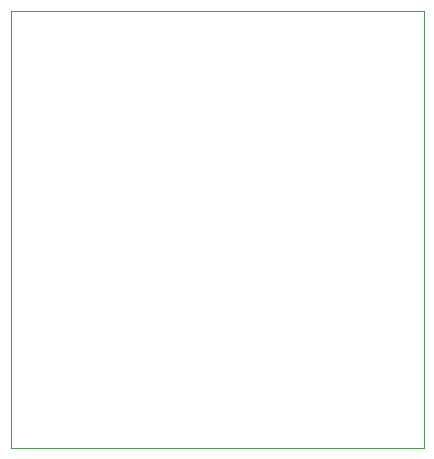
<source format=gbr>
%TF.GenerationSoftware,KiCad,Pcbnew,8.0.3*%
%TF.CreationDate,2024-11-25T08:52:28-03:00*%
%TF.ProjectId,v2pcb_embarcados,76327063-625f-4656-9d62-61726361646f,rev?*%
%TF.SameCoordinates,Original*%
%TF.FileFunction,Profile,NP*%
%FSLAX46Y46*%
G04 Gerber Fmt 4.6, Leading zero omitted, Abs format (unit mm)*
G04 Created by KiCad (PCBNEW 8.0.3) date 2024-11-25 08:52:28*
%MOMM*%
%LPD*%
G01*
G04 APERTURE LIST*
%TA.AperFunction,Profile*%
%ADD10C,0.050000*%
%TD*%
G04 APERTURE END LIST*
D10*
X75000000Y-91000000D02*
X110000000Y-91000000D01*
X110000000Y-128000000D01*
X75000000Y-128000000D01*
X75000000Y-91000000D01*
M02*

</source>
